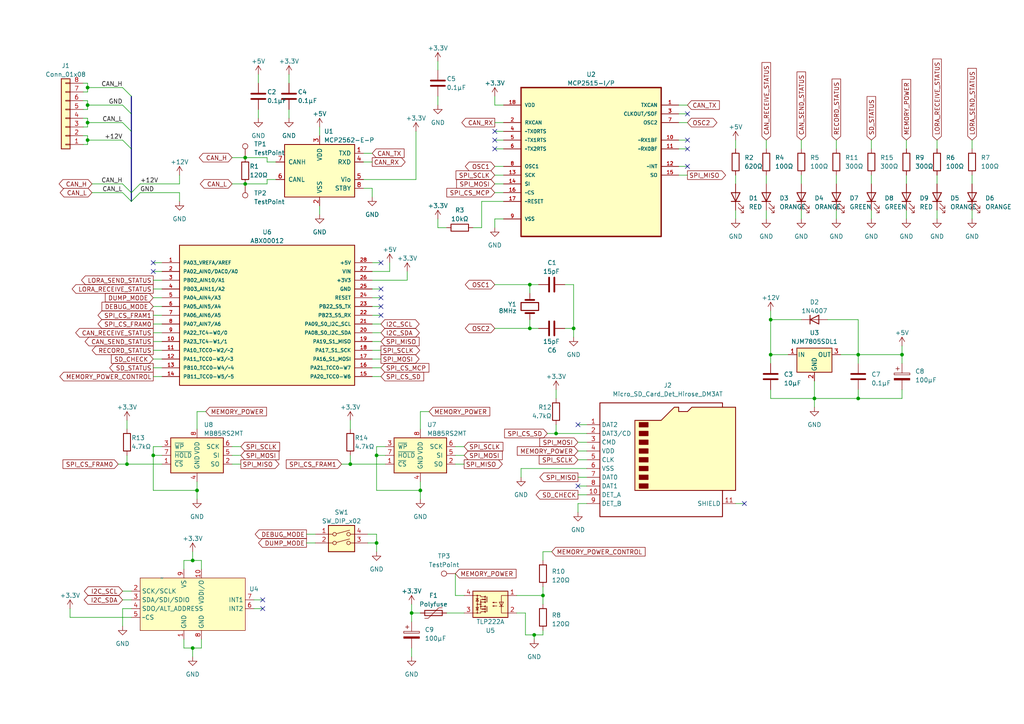
<source format=kicad_sch>
(kicad_sch (version 20230121) (generator eeschema)
  (paper "A4")
  (junction (at 236.22 115.57))
  (junction (at 261.62 102.87))
  (junction (at 153.67 95.25))
  (junction (at 101.6 134.62))
  (junction (at 25.4 30.48))
  (junction (at 25.4 25.4))
  (junction (at 153.67 82.55))
  (junction (at 25.4 40.64))
  (junction (at 154.94 184.15))
  (junction (at 71.12 53.34))
  (junction (at 248.92 115.57))
  (junction (at 161.29 125.73))
  (junction (at 157.48 172.72))
  (junction (at 55.88 162.56))
  (junction (at 223.52 102.87))
  (junction (at 119.38 177.8))
  (junction (at 25.4 35.56))
  (junction (at 109.22 157.48))
  (junction (at 36.83 134.62))
  (junction (at 44.45 132.08))
  (junction (at 57.15 142.24))
  (junction (at 71.12 45.72))
  (junction (at 109.22 132.08))
  (junction (at 55.88 187.96))
  (junction (at 166.37 95.25))
  (junction (at 121.92 142.24))
  (junction (at 223.52 92.71))
  (junction (at 248.92 102.87))
  (no_connect (at 110.49 83.82))
  (no_connect (at 199.39 40.64))
  (no_connect (at 143.51 40.64))
  (no_connect (at 199.39 43.18))
  (no_connect (at 167.64 140.97))
  (no_connect (at 110.49 86.36))
  (no_connect (at 76.2 176.53))
  (no_connect (at 76.2 173.99))
  (no_connect (at 143.51 43.18))
  (no_connect (at 199.39 33.02))
  (no_connect (at 167.64 123.19))
  (no_connect (at 44.45 78.74))
  (no_connect (at 143.51 38.1))
  (no_connect (at 110.49 76.2))
  (no_connect (at 110.49 91.44))
  (no_connect (at 110.49 88.9))
  (no_connect (at 215.9 146.05))
  (no_connect (at 44.45 76.2))
  (no_connect (at 199.39 48.26))
  (bus_entry (at 38.1 55.88) (size 2.54 -2.54))
  (bus_entry (at 35.56 35.56) (size 2.54 2.54))
  (bus_entry (at 38.1 58.42) (size -2.54 -2.54))
  (bus_entry (at 35.56 25.4) (size 2.54 2.54))
  (bus_entry (at 35.56 30.48) (size 2.54 2.54))
  (bus_entry (at 38.1 58.42) (size 2.54 -2.54))
  (bus_entry (at 35.56 40.64) (size 2.54 2.54))
  (bus_entry (at 38.1 55.88) (size -2.54 -2.54))
  (wire (pts (xy 52.07 58.42) (xy 52.07 55.88)))
  (wire (pts (xy 167.64 138.43) (xy 170.18 138.43)))
  (wire (pts (xy 25.4 40.64) (xy 35.56 40.64)))
  (wire (pts (xy 55.88 162.56) (xy 58.42 162.56)))
  (wire (pts (xy 52.07 53.34) (xy 40.64 53.34)))
  (wire (pts (xy 166.37 97.79) (xy 166.37 95.25)))
  (wire (pts (xy 196.85 50.8) (xy 199.39 50.8)))
  (wire (pts (xy 196.85 33.02) (xy 199.39 33.02)))
  (wire (pts (xy 196.85 30.48) (xy 199.39 30.48)))
  (bus (pts (xy 38.1 55.88) (xy 38.1 58.42)))
  (wire (pts (xy 261.62 113.03) (xy 261.62 115.57)))
  (wire (pts (xy 101.6 134.62) (xy 111.76 134.62)))
  (wire (pts (xy 143.51 53.34) (xy 146.05 53.34)))
  (wire (pts (xy 146.05 58.42) (xy 139.7 58.42)))
  (wire (pts (xy 107.95 83.82) (xy 110.49 83.82)))
  (wire (pts (xy 106.68 157.48) (xy 109.22 157.48)))
  (wire (pts (xy 107.95 81.28) (xy 118.11 81.28)))
  (wire (pts (xy 271.78 50.8) (xy 271.78 53.34)))
  (wire (pts (xy 132.08 166.37) (xy 132.08 172.72)))
  (wire (pts (xy 262.89 40.64) (xy 262.89 43.18)))
  (wire (pts (xy 236.22 110.49) (xy 236.22 115.57)))
  (wire (pts (xy 167.64 133.35) (xy 170.18 133.35)))
  (wire (pts (xy 25.4 35.56) (xy 25.4 36.83)))
  (wire (pts (xy 167.64 143.51) (xy 170.18 143.51)))
  (wire (pts (xy 166.37 95.25) (xy 166.37 82.55)))
  (wire (pts (xy 58.42 162.56) (xy 58.42 165.1)))
  (wire (pts (xy 44.45 109.22) (xy 46.99 109.22)))
  (wire (pts (xy 167.64 130.81) (xy 170.18 130.81)))
  (wire (pts (xy 154.94 184.15) (xy 157.48 184.15)))
  (wire (pts (xy 228.6 102.87) (xy 223.52 102.87)))
  (wire (pts (xy 44.45 78.74) (xy 46.99 78.74)))
  (wire (pts (xy 223.52 92.71) (xy 223.52 102.87)))
  (wire (pts (xy 252.73 40.64) (xy 252.73 43.18)))
  (wire (pts (xy 232.41 50.8) (xy 232.41 53.34)))
  (wire (pts (xy 153.67 95.25) (xy 156.21 95.25)))
  (wire (pts (xy 35.56 171.45) (xy 38.1 171.45)))
  (wire (pts (xy 73.66 173.99) (xy 76.2 173.99)))
  (wire (pts (xy 236.22 115.57) (xy 236.22 118.11)))
  (wire (pts (xy 196.85 43.18) (xy 199.39 43.18)))
  (wire (pts (xy 109.22 129.54) (xy 109.22 132.08)))
  (wire (pts (xy 44.45 91.44) (xy 46.99 91.44)))
  (wire (pts (xy 106.68 154.94) (xy 109.22 154.94)))
  (wire (pts (xy 107.95 86.36) (xy 110.49 86.36)))
  (wire (pts (xy 223.52 90.17) (xy 223.52 92.71)))
  (wire (pts (xy 44.45 106.68) (xy 46.99 106.68)))
  (wire (pts (xy 223.52 115.57) (xy 236.22 115.57)))
  (wire (pts (xy 252.73 50.8) (xy 252.73 53.34)))
  (wire (pts (xy 36.83 134.62) (xy 46.99 134.62)))
  (wire (pts (xy 223.52 102.87) (xy 223.52 105.41)))
  (wire (pts (xy 143.51 95.25) (xy 153.67 95.25)))
  (wire (pts (xy 248.92 115.57) (xy 248.92 113.03)))
  (wire (pts (xy 107.95 91.44) (xy 110.49 91.44)))
  (wire (pts (xy 107.95 54.61) (xy 107.95 57.15)))
  (wire (pts (xy 242.57 60.96) (xy 242.57 63.5)))
  (wire (pts (xy 74.93 21.59) (xy 74.93 24.13)))
  (bus (pts (xy 38.1 27.94) (xy 38.1 33.02)))
  (wire (pts (xy 157.48 160.02) (xy 157.48 162.56)))
  (wire (pts (xy 153.67 85.09) (xy 153.67 82.55)))
  (wire (pts (xy 213.36 40.64) (xy 213.36 43.18)))
  (wire (pts (xy 161.29 123.19) (xy 161.29 125.73)))
  (wire (pts (xy 53.34 185.42) (xy 53.34 187.96)))
  (wire (pts (xy 196.85 40.64) (xy 199.39 40.64)))
  (wire (pts (xy 46.99 132.08) (xy 44.45 132.08)))
  (wire (pts (xy 143.51 63.5) (xy 146.05 63.5)))
  (wire (pts (xy 153.67 82.55) (xy 156.21 82.55)))
  (wire (pts (xy 262.89 60.96) (xy 262.89 63.5)))
  (wire (pts (xy 24.13 41.91) (xy 25.4 41.91)))
  (wire (pts (xy 107.95 93.98) (xy 110.49 93.98)))
  (wire (pts (xy 105.41 44.45) (xy 107.95 44.45)))
  (wire (pts (xy 153.67 92.71) (xy 153.67 95.25)))
  (wire (pts (xy 107.95 76.2) (xy 110.49 76.2)))
  (wire (pts (xy 132.08 134.62) (xy 134.62 134.62)))
  (wire (pts (xy 163.83 95.25) (xy 166.37 95.25)))
  (wire (pts (xy 52.07 55.88) (xy 40.64 55.88)))
  (wire (pts (xy 242.57 40.64) (xy 242.57 43.18)))
  (wire (pts (xy 149.86 177.8) (xy 152.4 177.8)))
  (wire (pts (xy 105.41 46.99) (xy 107.95 46.99)))
  (wire (pts (xy 151.13 138.43) (xy 151.13 135.89)))
  (wire (pts (xy 88.9 154.94) (xy 91.44 154.94)))
  (wire (pts (xy 161.29 125.73) (xy 170.18 125.73)))
  (wire (pts (xy 73.66 176.53) (xy 76.2 176.53)))
  (wire (pts (xy 127 27.94) (xy 127 30.48)))
  (wire (pts (xy 132.08 132.08) (xy 134.62 132.08)))
  (wire (pts (xy 107.95 106.68) (xy 110.49 106.68)))
  (wire (pts (xy 213.36 60.96) (xy 213.36 63.5)))
  (wire (pts (xy 57.15 119.38) (xy 57.15 124.46)))
  (wire (pts (xy 167.64 140.97) (xy 170.18 140.97)))
  (wire (pts (xy 143.51 55.88) (xy 146.05 55.88)))
  (wire (pts (xy 55.88 187.96) (xy 58.42 187.96)))
  (wire (pts (xy 132.08 129.54) (xy 134.62 129.54)))
  (wire (pts (xy 240.03 92.71) (xy 248.92 92.71)))
  (wire (pts (xy 44.45 88.9) (xy 46.99 88.9)))
  (wire (pts (xy 67.31 45.72) (xy 71.12 45.72)))
  (wire (pts (xy 67.31 132.08) (xy 69.85 132.08)))
  (wire (pts (xy 24.13 24.13) (xy 25.4 24.13)))
  (wire (pts (xy 67.31 134.62) (xy 69.85 134.62)))
  (wire (pts (xy 248.92 102.87) (xy 261.62 102.87)))
  (wire (pts (xy 35.56 176.53) (xy 38.1 176.53)))
  (wire (pts (xy 25.4 34.29) (xy 25.4 35.56)))
  (wire (pts (xy 121.92 139.7) (xy 121.92 142.24)))
  (wire (pts (xy 25.4 36.83) (xy 24.13 36.83)))
  (wire (pts (xy 77.47 46.99) (xy 77.47 45.72)))
  (wire (pts (xy 44.45 81.28) (xy 46.99 81.28)))
  (wire (pts (xy 252.73 60.96) (xy 252.73 63.5)))
  (bus (pts (xy 38.1 43.18) (xy 38.1 55.88)))
  (wire (pts (xy 25.4 35.56) (xy 35.56 35.56)))
  (wire (pts (xy 121.92 142.24) (xy 121.92 144.78)))
  (wire (pts (xy 111.76 129.54) (xy 109.22 129.54)))
  (wire (pts (xy 281.94 40.64) (xy 281.94 43.18)))
  (wire (pts (xy 20.32 176.53) (xy 20.32 179.07)))
  (wire (pts (xy 59.69 119.38) (xy 57.15 119.38)))
  (wire (pts (xy 46.99 129.54) (xy 44.45 129.54)))
  (wire (pts (xy 67.31 53.34) (xy 71.12 53.34)))
  (wire (pts (xy 58.42 185.42) (xy 58.42 187.96)))
  (wire (pts (xy 154.94 184.15) (xy 154.94 185.42)))
  (wire (pts (xy 119.38 175.26) (xy 119.38 177.8)))
  (wire (pts (xy 134.62 172.72) (xy 132.08 172.72)))
  (wire (pts (xy 167.64 128.27) (xy 170.18 128.27)))
  (wire (pts (xy 24.13 31.75) (xy 25.4 31.75)))
  (wire (pts (xy 83.82 31.75) (xy 83.82 34.29)))
  (wire (pts (xy 167.64 146.05) (xy 170.18 146.05)))
  (wire (pts (xy 44.45 101.6) (xy 46.99 101.6)))
  (wire (pts (xy 167.64 146.05) (xy 167.64 148.59)))
  (wire (pts (xy 281.94 60.96) (xy 281.94 63.5)))
  (wire (pts (xy 25.4 25.4) (xy 35.56 25.4)))
  (wire (pts (xy 243.84 102.87) (xy 248.92 102.87)))
  (wire (pts (xy 262.89 50.8) (xy 262.89 53.34)))
  (wire (pts (xy 53.34 187.96) (xy 55.88 187.96)))
  (wire (pts (xy 24.13 26.67) (xy 25.4 26.67)))
  (wire (pts (xy 152.4 177.8) (xy 152.4 184.15)))
  (wire (pts (xy 92.71 59.69) (xy 92.71 62.23)))
  (wire (pts (xy 44.45 96.52) (xy 46.99 96.52)))
  (wire (pts (xy 139.7 66.04) (xy 137.16 66.04)))
  (wire (pts (xy 107.95 99.06) (xy 110.49 99.06)))
  (wire (pts (xy 213.36 50.8) (xy 213.36 53.34)))
  (wire (pts (xy 242.57 50.8) (xy 242.57 53.34)))
  (wire (pts (xy 101.6 132.08) (xy 101.6 134.62)))
  (wire (pts (xy 157.48 170.18) (xy 157.48 172.72)))
  (wire (pts (xy 143.51 48.26) (xy 146.05 48.26)))
  (wire (pts (xy 35.56 173.99) (xy 38.1 173.99)))
  (wire (pts (xy 53.34 162.56) (xy 55.88 162.56)))
  (wire (pts (xy 232.41 40.64) (xy 232.41 43.18)))
  (wire (pts (xy 36.83 121.92) (xy 36.83 124.46)))
  (wire (pts (xy 222.25 50.8) (xy 222.25 53.34)))
  (wire (pts (xy 261.62 100.33) (xy 261.62 102.87)))
  (wire (pts (xy 271.78 60.96) (xy 271.78 63.5)))
  (wire (pts (xy 25.4 39.37) (xy 25.4 40.64)))
  (wire (pts (xy 35.56 55.88) (xy 26.67 55.88)))
  (wire (pts (xy 57.15 142.24) (xy 57.15 144.78)))
  (wire (pts (xy 24.13 29.21) (xy 25.4 29.21)))
  (wire (pts (xy 163.83 82.55) (xy 166.37 82.55)))
  (wire (pts (xy 80.01 46.99) (xy 77.47 46.99)))
  (wire (pts (xy 143.51 35.56) (xy 146.05 35.56)))
  (wire (pts (xy 167.64 123.19) (xy 170.18 123.19)))
  (wire (pts (xy 143.51 30.48) (xy 146.05 30.48)))
  (wire (pts (xy 55.88 190.5) (xy 55.88 187.96)))
  (wire (pts (xy 44.45 76.2) (xy 46.99 76.2)))
  (wire (pts (xy 143.51 50.8) (xy 146.05 50.8)))
  (wire (pts (xy 83.82 21.59) (xy 83.82 24.13)))
  (wire (pts (xy 160.02 160.02) (xy 157.48 160.02)))
  (wire (pts (xy 124.46 119.38) (xy 121.92 119.38)))
  (bus (pts (xy 38.1 38.1) (xy 38.1 43.18)))
  (wire (pts (xy 143.51 43.18) (xy 146.05 43.18)))
  (wire (pts (xy 53.34 165.1) (xy 53.34 162.56)))
  (wire (pts (xy 261.62 105.41) (xy 261.62 102.87)))
  (wire (pts (xy 119.38 187.96) (xy 119.38 190.5)))
  (wire (pts (xy 118.11 78.74) (xy 118.11 81.28)))
  (wire (pts (xy 77.47 52.07) (xy 77.47 53.34)))
  (wire (pts (xy 271.78 40.64) (xy 271.78 43.18)))
  (wire (pts (xy 36.83 132.08) (xy 36.83 134.62)))
  (wire (pts (xy 143.51 82.55) (xy 153.67 82.55)))
  (wire (pts (xy 107.95 109.22) (xy 110.49 109.22)))
  (wire (pts (xy 99.06 134.62) (xy 101.6 134.62)))
  (wire (pts (xy 44.45 86.36) (xy 46.99 86.36)))
  (wire (pts (xy 44.45 129.54) (xy 44.45 132.08)))
  (wire (pts (xy 107.95 88.9) (xy 110.49 88.9)))
  (wire (pts (xy 248.92 115.57) (xy 261.62 115.57)))
  (wire (pts (xy 222.25 60.96) (xy 222.25 63.5)))
  (wire (pts (xy 222.25 40.64) (xy 222.25 43.18)))
  (wire (pts (xy 44.45 132.08) (xy 44.45 142.24)))
  (wire (pts (xy 109.22 142.24) (xy 121.92 142.24)))
  (wire (pts (xy 119.38 177.8) (xy 121.92 177.8)))
  (wire (pts (xy 121.92 119.38) (xy 121.92 124.46)))
  (wire (pts (xy 107.95 96.52) (xy 110.49 96.52)))
  (wire (pts (xy 44.45 142.24) (xy 57.15 142.24)))
  (wire (pts (xy 161.29 113.03) (xy 161.29 115.57)))
  (wire (pts (xy 113.03 76.2) (xy 113.03 78.74)))
  (wire (pts (xy 25.4 31.75) (xy 25.4 30.48)))
  (wire (pts (xy 88.9 157.48) (xy 91.44 157.48)))
  (wire (pts (xy 25.4 30.48) (xy 25.4 29.21)))
  (wire (pts (xy 143.51 66.04) (xy 143.51 63.5)))
  (wire (pts (xy 223.52 92.71) (xy 232.41 92.71)))
  (wire (pts (xy 120.65 38.1) (xy 120.65 52.07)))
  (wire (pts (xy 248.92 92.71) (xy 248.92 102.87)))
  (wire (pts (xy 143.51 40.64) (xy 146.05 40.64)))
  (wire (pts (xy 139.7 58.42) (xy 139.7 66.04)))
  (wire (pts (xy 157.48 172.72) (xy 157.48 175.26)))
  (wire (pts (xy 127 17.78) (xy 127 20.32)))
  (wire (pts (xy 35.56 176.53) (xy 35.56 181.61)))
  (wire (pts (xy 44.45 104.14) (xy 46.99 104.14)))
  (wire (pts (xy 67.31 129.54) (xy 69.85 129.54)))
  (wire (pts (xy 196.85 35.56) (xy 199.39 35.56)))
  (wire (pts (xy 119.38 177.8) (xy 119.38 180.34)))
  (wire (pts (xy 44.45 83.82) (xy 46.99 83.82)))
  (wire (pts (xy 71.12 53.34) (xy 77.47 53.34)))
  (wire (pts (xy 35.56 53.34) (xy 26.67 53.34)))
  (wire (pts (xy 107.95 104.14) (xy 110.49 104.14)))
  (bus (pts (xy 38.1 33.02) (xy 38.1 38.1)))
  (wire (pts (xy 157.48 184.15) (xy 157.48 182.88)))
  (wire (pts (xy 25.4 30.48) (xy 35.56 30.48)))
  (wire (pts (xy 20.32 179.07) (xy 38.1 179.07)))
  (wire (pts (xy 151.13 135.89) (xy 170.18 135.89)))
  (wire (pts (xy 109.22 132.08) (xy 109.22 142.24)))
  (wire (pts (xy 52.07 50.8) (xy 52.07 53.34)))
  (wire (pts (xy 127 66.04) (xy 129.54 66.04)))
  (wire (pts (xy 24.13 34.29) (xy 25.4 34.29)))
  (wire (pts (xy 25.4 25.4) (xy 25.4 26.67)))
  (wire (pts (xy 213.36 146.05) (xy 215.9 146.05)))
  (wire (pts (xy 34.29 134.62) (xy 36.83 134.62)))
  (wire (pts (xy 101.6 121.92) (xy 101.6 124.46)))
  (wire (pts (xy 25.4 25.4) (xy 25.4 24.13)))
  (wire (pts (xy 92.71 36.83) (xy 92.71 39.37)))
  (wire (pts (xy 105.41 52.07) (xy 120.65 52.07)))
  (wire (pts (xy 248.92 102.87) (xy 248.92 105.41)))
  (wire (pts (xy 55.88 160.02) (xy 55.88 162.56)))
  (wire (pts (xy 109.22 154.94) (xy 109.22 157.48)))
  (wire (pts (xy 236.22 115.57) (xy 248.92 115.57)))
  (wire (pts (xy 44.45 99.06) (xy 46.99 99.06)))
  (wire (pts (xy 44.45 93.98) (xy 46.99 93.98)))
  (wire (pts (xy 109.22 157.48) (xy 109.22 160.02)))
  (wire (pts (xy 105.41 54.61) (xy 107.95 54.61)))
  (wire (pts (xy 113.03 78.74) (xy 107.95 78.74)))
  (wire (pts (xy 111.76 132.08) (xy 109.22 132.08)))
  (wire (pts (xy 25.4 41.91) (xy 25.4 40.64)))
  (wire (pts (xy 127 63.5) (xy 127 66.04)))
  (wire (pts (xy 232.41 60.96) (xy 232.41 63.5)))
  (wire (pts (xy 158.75 125.73) (xy 161.29 125.73)))
  (wire (pts (xy 57.15 139.7) (xy 57.15 142.24)))
  (wire (pts (xy 281.94 50.8) (xy 281.94 53.34)))
  (wire (pts (xy 80.01 52.07) (xy 77.47 52.07)))
  (wire (pts (xy 74.93 31.75) (xy 74.93 34.29)))
  (wire (pts (xy 196.85 48.26) (xy 199.39 48.26)))
  (wire (pts (xy 157.48 172.72) (xy 149.86 172.72)))
  (wire (pts (xy 223.52 113.03) (xy 223.52 115.57)))
  (wire (pts (xy 71.12 45.72) (xy 77.47 45.72)))
  (wire (pts (xy 152.4 184.15) (xy 154.94 184.15)))
  (wire (pts (xy 129.54 177.8) (xy 134.62 177.8)))
  (wire (pts (xy 24.13 39.37) (xy 25.4 39.37)))
  (wire (pts (xy 143.51 38.1) (xy 146.05 38.1)))
  (wire (pts (xy 143.51 27.94) (xy 143.51 30.48)))
  (wire (pts (xy 107.95 101.6) (xy 110.49 101.6)))
  (label "+12V" (at 35.56 40.64 180))
  (label "CAN_H" (at 35.56 53.34 180))
  (label "CAN_H" (at 35.56 25.4 180))
  (label "CAN_L" (at 35.56 55.88 180))
  (label "GND" (at 40.64 55.88 0))
  (label "+12V" (at 40.64 53.34 0))
  (label "CAN_L" (at 35.56 35.56 180))
  (label "GND" (at 35.56 30.48 180))
  (global_label "MEMORY_POWER" (shape input) (at 132.08 166.37 0) (property "Intersheetrefs" "${INTERSHEET_REFS}" (effects hide)))
  (global_label "SPI_CS_FRAM1" (shape input) (at 99.06 134.62 180) (property "Intersheetrefs" "${INTERSHEET_REFS}" (effects hide)))
  (global_label "LORA_RECEIVE_STATUS" (shape output) (at 44.45 83.82 180) (property "Intersheetrefs" "${INTERSHEET_REFS}" (effects hide)))
  (global_label "CAN_RECEIVE_STATUS" (shape output) (at 44.45 96.52 180) (property "Intersheetrefs" "${INTERSHEET_REFS}" (effects hide)))
  (global_label "OSC1" (shape bidirectional) (at 143.51 82.55 180) (property "Intersheetrefs" "${INTERSHEET_REFS}" (effects hide)))
  (global_label "SPI_CS_FRAM0" (shape output) (at 44.45 93.98 180) (property "Intersheetrefs" "${INTERSHEET_REFS}" (effects hide)))
  (global_label "SD_STATUS" (shape output) (at 44.45 106.68 180) (property "Intersheetrefs" "${INTERSHEET_REFS}" (effects hide)))
  (global_label "SPI_CS_FRAM1" (shape output) (at 44.45 91.44 180) (property "Intersheetrefs" "${INTERSHEET_REFS}" (effects hide)))
  (global_label "MEMORY_POWER" (shape input) (at 59.69 119.38 0) (property "Intersheetrefs" "${INTERSHEET_REFS}" (effects hide)))
  (global_label "CAN_L" (shape bidirectional) (at 67.31 53.34 180) (property "Intersheetrefs" "${INTERSHEET_REFS}" (effects hide)))
  (global_label "DEBUG_MODE" (shape output) (at 88.9 154.94 180) (property "Intersheetrefs" "${INTERSHEET_REFS}" (effects hide)))
  (global_label "LORA_RECEIVE_STATUS" (shape input) (at 271.78 40.64 90) (property "Intersheetrefs" "${INTERSHEET_REFS}" (effects hide)))
  (global_label "CAN_RX" (shape output) (at 143.51 35.56 180) (property "Intersheetrefs" "${INTERSHEET_REFS}" (effects hide)))
  (global_label "OSC2" (shape bidirectional) (at 143.51 95.25 180) (property "Intersheetrefs" "${INTERSHEET_REFS}" (effects hide)))
  (global_label "SPI_CS_FRAM0" (shape input) (at 34.29 134.62 180) (property "Intersheetrefs" "${INTERSHEET_REFS}" (effects hide)))
  (global_label "SPI_MOSI" (shape input) (at 134.62 132.08 0) (property "Intersheetrefs" "${INTERSHEET_REFS}" (effects hide)))
  (global_label "SPI_SCLK" (shape input) (at 143.51 50.8 180) (property "Intersheetrefs" "${INTERSHEET_REFS}" (effects hide)))
  (global_label "SPI_MISO" (shape output) (at 199.39 50.8 0) (property "Intersheetrefs" "${INTERSHEET_REFS}" (effects hide)))
  (global_label "SPI_SCLK" (shape input) (at 69.85 129.54 0) (property "Intersheetrefs" "${INTERSHEET_REFS}" (effects hide)))
  (global_label "SPI_CS_SD" (shape input) (at 110.49 109.22 0) (property "Intersheetrefs" "${INTERSHEET_REFS}" (effects hide)))
  (global_label "DEBUG_MODE" (shape input) (at 44.45 88.9 180) (property "Intersheetrefs" "${INTERSHEET_REFS}" (effects hide)))
  (global_label "DUMP_MODE" (shape output) (at 88.9 157.48 180) (property "Intersheetrefs" "${INTERSHEET_REFS}" (effects hide)))
  (global_label "CAN_TX" (shape input) (at 107.95 44.45 0) (property "Intersheetrefs" "${INTERSHEET_REFS}" (effects hide)))
  (global_label "CAN_SEND_STATUS" (shape output) (at 44.45 99.06 180) (property "Intersheetrefs" "${INTERSHEET_REFS}" (effects hide)))
  (global_label "SPI_SCLK" (shape input) (at 134.62 129.54 0) (property "Intersheetrefs" "${INTERSHEET_REFS}" (effects hide)))
  (global_label "SPI_MISO" (shape output) (at 167.64 138.43 180) (property "Intersheetrefs" "${INTERSHEET_REFS}" (effects hide)))
  (global_label "SD_STATUS" (shape input) (at 252.73 40.64 90) (property "Intersheetrefs" "${INTERSHEET_REFS}" (effects hide)))
  (global_label "SPI_SCLK" (shape output) (at 110.49 101.6 0) (property "Intersheetrefs" "${INTERSHEET_REFS}" (effects hide)))
  (global_label "CAN_H" (shape bidirectional) (at 67.31 45.72 180) (property "Intersheetrefs" "${INTERSHEET_REFS}" (effects hide)))
  (global_label "SPI_MOSI" (shape input) (at 143.51 53.34 180) (property "Intersheetrefs" "${INTERSHEET_REFS}" (effects hide)))
  (global_label "OSC1" (shape bidirectional) (at 143.51 48.26 180) (property "Intersheetrefs" "${INTERSHEET_REFS}" (effects hide)))
  (global_label "CAN_RX" (shape output) (at 107.95 46.99 0) (property "Intersheetrefs" "${INTERSHEET_REFS}" (effects hide)))
  (global_label "MEMORY_POWER" (shape input) (at 124.46 119.38 0) (property "Intersheetrefs" "${INTERSHEET_REFS}" (effects hide)))
  (global_label "SPI_SCLK" (shape input) (at 167.64 133.35 180) (property "Intersheetrefs" "${INTERSHEET_REFS}" (effects hide)))
  (global_label "SPI_CS_MCP" (shape input) (at 110.49 106.68 0) (property "Intersheetrefs" "${INTERSHEET_REFS}" (effects hide)))
  (global_label "SPI_MOSI" (shape input) (at 167.64 128.27 180) (property "Intersheetrefs" "${INTERSHEET_REFS}" (effects hide)))
  (global_label "SPI_MISO" (shape input) (at 110.49 99.06 0) (property "Intersheetrefs" "${INTERSHEET_REFS}" (effects hide)))
  (global_label "LORA_SEND_STATUS" (shape output) (at 44.45 81.28 180) (property "Intersheetrefs" "${INTERSHEET_REFS}" (effects hide)))
  (global_label "SPI_MOSI" (shape input) (at 69.85 132.08 0) (property "Intersheetrefs" "${INTERSHEET_REFS}" (effects hide)))
  (global_label "MEMORY_POWER" (shape input) (at 167.64 130.81 180) (property "Intersheetrefs" "${INTERSHEET_REFS}" (effects hide)))
  (global_label "SPI_MOSI" (shape output) (at 110.49 104.14 0) (property "Intersheetrefs" "${INTERSHEET_REFS}" (effects hide)))
  (global_label "LORA_SEND_STATUS" (shape input) (at 281.94 40.64 90) (property "Intersheetrefs" "${INTERSHEET_REFS}" (effects hide)))
  (global_label "SPI_CS_MCP" (shape input) (at 143.51 55.88 180) (property "Intersheetrefs" "${INTERSHEET_REFS}" (effects hide)))
  (global_label "I2C_SDA" (shape bidirectional) (at 110.49 96.52 0) (property "Intersheetrefs" "${INTERSHEET_REFS}" (effects hide)))
  (global_label "CAN_SEND_STATUS" (shape input) (at 232.41 40.64 90) (property "Intersheetrefs" "${INTERSHEET_REFS}" (effects hide)))
  (global_label "CAN_L" (shape bidirectional) (at 26.67 55.88 180) (property "Intersheetrefs" "${INTERSHEET_REFS}" (effects hide)))
  (global_label "CAN_RECEIVE_STATUS" (shape input) (at 222.25 40.64 90) (property "Intersheetrefs" "${INTERSHEET_REFS}" (effects hide)))
  (global_label "MEMORY_POWER" (shape input) (at 262.89 40.64 90) (property "Intersheetrefs" "${INTERSHEET_REFS}" (effects hide)))
  (global_label "I2C_SCL" (shape bidirectional) (at 35.56 171.45 180) (property "Intersheetrefs" "${INTERSHEET_REFS}" (effects hide)))
  (global_label "MEMORY_POWER_CONTROL" (shape output) (at 44.45 109.22 180) (property "Intersheetrefs" "${INTERSHEET_REFS}" (effects hide)))
  (global_label "CAN_TX" (shape input) (at 199.39 30.48 0) (property "Intersheetrefs" "${INTERSHEET_REFS}" (effects hide)))
  (global_label "CAN_H" (shape bidirectional) (at 26.67 53.34 180) (property "Intersheetrefs" "${INTERSHEET_REFS}" (effects hide)))
  (global_label "OSC2" (shape bidirectional) (at 199.39 35.56 0) (property "Intersheetrefs" "${INTERSHEET_REFS}" (effects hide)))
  (global_label "SPI_MISO" (shape output) (at 134.62 134.62 0) (property "Intersheetrefs" "${INTERSHEET_REFS}" (effects hide)))
  (global_label "RECORD_STATUS" (shape input) (at 242.57 40.64 90) (property "Intersheetrefs" "${INTERSHEET_REFS}" (effects hide)))
  (global_label "I2C_SDA" (shape bidirectional) (at 35.56 173.99 180) (property "Intersheetrefs" "${INTERSHEET_REFS}" (effects hide)))
  (global_label "SD_CHECK" (shape input) (at 44.45 104.14 180) (property "Intersheetrefs" "${INTERSHEET_REFS}" (effects hide)))
  (global_label "SPI_CS_SD" (shape input) (at 158.75 125.73 180) (property "Intersheetrefs" "${INTERSHEET_REFS}" (effects hide)))
  (global_label "RECORD_STATUS" (shape output) (at 44.45 101.6 180) (property "Intersheetrefs" "${INTERSHEET_REFS}" (effects hide)))
  (global_label "SD_CHECK" (shape output) (at 167.64 143.51 180) (property "Intersheetrefs" "${INTERSHEET_REFS}" (effects hide)))
  (global_label "SPI_MISO" (shape output) (at 69.85 134.62 0) (property "Intersheetrefs" "${INTERSHEET_REFS}" (effects hide)))
  (global_label "I2C_SCL" (shape bidirectional) (at 110.49 93.98 0) (property "Intersheetrefs" "${INTERSHEET_REFS}" (effects hide)))
  (global_label "DUMP_MODE" (shape input) (at 44.45 86.36 180) (property "Intersheetrefs" "${INTERSHEET_REFS}" (effects hide)))
  (global_label "MEMORY_POWER_CONTROL" (shape input) (at 160.02 160.02 0) (property "Intersheetrefs" "${INTERSHEET_REFS}" (effects hide)))
  (symbol (lib_id "Device:R") (at 213.36 46.99 0) (unit 1)
    (property "Reference" "R2" (at 215.9 45.7199 0) (effects (justify left)))
    (property "Value" "620Ω" (at 215.9 48.2599 0) (effects (justify left)))
    (property "Footprint" "Resistor_SMD:R_0603_1608Metric_Pad0.98x0.95mm_HandSolder" (effects hide))
  )
  (symbol (lib_id "Device:Polyfuse") (at 125.73 177.8 90) (unit 1)
    (property "Reference" "F1" (at 125.73 172.72 90))
    (property "Value" "Polyfuse" (at 125.73 175.26 90))
    (property "Footprint" "Fuse:Fuse_1206_3216Metric_Pad1.42x1.75mm_HandSolder" (effects hide))
  )
  (symbol (lib_id "power:GND") (at 121.92 144.78 0) (unit 1)
    (property "Reference" "#PWR037" (effects hide))
    (property "Value" "GND" (at 121.92 149.86 0))
  )
  (symbol (lib_id "power:GND") (at 127 30.48 0) (unit 1)
    (property "Reference" "#PWR022" (effects hide))
    (property "Value" "GND" (at 127 35.56 0))
  )
  (symbol (lib_id "power:+3.3V") (at 20.32 176.53 0) (unit 1)
    (property "Reference" "#PWR01" (effects hide))
    (property "Value" "+3.3V" (at 20.32 172.72 0))
  )
  (symbol (lib_id "Device:C") (at 248.92 109.22 0) (unit 1)
    (property "Reference" "C7" (at 252.73 108.585 0) (effects (justify left)))
    (property "Value" "0.1μF" (at 252.73 111.125 0) (effects (justify left)))
    (property "Footprint" "Capacitor_SMD:C_0603_1608Metric_Pad1.08x0.95mm_HandSolder" (effects hide))
  )
  (symbol (lib_id "Device:R") (at 271.78 46.99 0) (unit 1)
    (property "Reference" "R6" (at 274.32 45.7199 0) (effects (justify left)))
    (property "Value" "100Ω" (at 274.32 48.2599 0) (effects (justify left)))
    (property "Footprint" "Resistor_SMD:R_0805_2012Metric_Pad1.20x1.40mm_HandSolder" (effects hide))
  )
  (symbol (lib_id "power:GND") (at 167.64 148.59 0) (unit 1)
    (property "Reference" "#PWR028" (effects hide))
    (property "Value" "GND" (at 167.64 153.67 0))
  )
  (symbol (lib_id "power:GND") (at 281.94 63.5 0) (unit 1)
    (property "Reference" "#PWR043" (effects hide))
    (property "Value" "GND" (at 281.94 68.58 0))
  )
  (symbol (lib_id "power:GND") (at 119.38 190.5 0) (unit 1)
    (property "Reference" "#PWR019" (effects hide))
    (property "Value" "GND" (at 119.38 195.58 0))
  )
  (symbol (lib_id "Device:LED") (at 213.36 57.15 90) (unit 1)
    (property "Reference" "D1" (at 217.17 57.4674 90) (effects (justify right)))
    (property "Value" "RED" (at 217.17 60.0074 90) (effects (justify right)))
    (property "Footprint" "LED_SMD:LED_0603_1608Metric_Pad1.05x0.95mm_HandSolder" (effects hide))
  )
  (symbol (lib_id "Device:R") (at 133.35 66.04 90) (unit 1)
    (property "Reference" "R3" (at 133.35 60.96 90))
    (property "Value" "10kΩ" (at 133.35 63.5 90))
    (property "Footprint" "Resistor_SMD:R_0805_2012Metric_Pad1.20x1.40mm_HandSolder" (effects hide))
  )
  (symbol (lib_id "Device:C") (at 160.02 95.25 270) (mirror x) (unit 1)
    (property "Reference" "C6" (at 158.75 101.6 90) (effects (justify left)))
    (property "Value" "15pF" (at 157.48 99.06 90) (effects (justify left)))
    (property "Footprint" "Capacitor_SMD:C_0603_1608Metric_Pad1.08x0.95mm_HandSolder" (effects hide))
  )
  (symbol (lib_id "Regulator_Linear:L7805") (at 236.22 102.87 0) (unit 1)
    (property "Reference" "U3" (at 236.22 96.52 0))
    (property "Value" "NJM7805SDL1" (at 236.22 99.06 0))
    (property "Footprint" "Package_TO_SOT_SMD:TO-252-2" (effects hide))
    (property "Datasheet" "http://www.st.com/content/ccc/resource/technical/document/datasheet/41/4f/b3/b0/12/d4/47/88/CD00000444.pdf/files/CD00000444.pdf/jcr:content/translations/en.CD00000444.pdf" (effects hide))
  )
  (symbol (lib_id "Device:R") (at 252.73 46.99 0) (unit 1)
    (property "Reference" "R15" (at 255.27 45.7199 0) (effects (justify left)))
    (property "Value" "300Ω" (at 255.27 48.2599 0) (effects (justify left)))
    (property "Footprint" "Resistor_SMD:R_0603_1608Metric_Pad0.98x0.95mm_HandSolder" (effects hide))
  )
  (symbol (lib_id "power:GND") (at 52.07 58.42 0) (mirror y) (unit 1)
    (property "Reference" "#PWR045" (effects hide))
    (property "Value" "GND" (at 52.07 63.5 0))
  )
  (symbol (lib_id "power:GND") (at 213.36 63.5 0) (unit 1)
    (property "Reference" "#PWR032" (effects hide))
    (property "Value" "GND" (at 213.36 68.58 0))
  )
  (symbol (lib_id "Device:LED") (at 242.57 57.15 90) (unit 1)
    (property "Reference" "D7" (at 246.38 57.4674 90) (effects (justify right)))
    (property "Value" "GREEN" (at 246.38 60.0074 90) (effects (justify right)))
    (property "Footprint" "LED_SMD:LED_0603_1608Metric_Pad1.05x0.95mm_HandSolder" (effects hide))
  )
  (symbol (lib_id "Device:LED") (at 232.41 57.15 90) (unit 1)
    (property "Reference" "D4" (at 236.22 57.4674 90) (effects (justify right)))
    (property "Value" "ORANGE" (at 236.22 60.0074 90) (effects (justify right)))
    (property "Footprint" "LED_SMD:LED_0603_1608Metric_Pad1.05x0.95mm_HandSolder" (effects hide))
  )
  (symbol (lib_id "Connector:TestPoint") (at 132.08 166.37 90) (unit 1)
    (property "Reference" "TP3" (at 128.778 161.29 90))
    (property "Value" "TestPoint" (at 128.778 163.83 90))
    (property "Footprint" "Connector_Pin:Pin_D1.0mm_L10.0mm" (effects hide))
  )
  (symbol (lib_id "Device:C") (at 83.82 27.94 0) (unit 1)
    (property "Reference" "C4" (at 86.36 26.67 0) (effects (justify left)))
    (property "Value" "0.1μF" (at 86.36 29.21 0) (effects (justify left)))
    (property "Footprint" "Capacitor_SMD:C_0603_1608Metric_Pad1.08x0.95mm_HandSolder" (effects hide))
  )
  (symbol (lib_id "Device:R") (at 101.6 128.27 0) (unit 1)
    (property "Reference" "R14" (at 102.87 127 0) (effects (justify left)))
    (property "Value" "4.7kΩ" (at 102.87 129.54 0) (effects (justify left)))
    (property "Footprint" "Resistor_SMD:R_0603_1608Metric_Pad0.98x0.95mm_HandSolder" (effects hide))
  )
  (symbol (lib_id "Device:R") (at 36.83 128.27 0) (unit 1)
    (property "Reference" "R13" (at 38.1 127 0) (effects (justify left)))
    (property "Value" "4.7kΩ" (at 38.1 129.54 0) (effects (justify left)))
    (property "Footprint" "Resistor_SMD:R_0603_1608Metric_Pad0.98x0.95mm_HandSolder" (effects hide))
  )
  (symbol (lib_id "power:+3.3V") (at 83.82 21.59 0) (unit 1)
    (property "Reference" "#PWR09" (effects hide))
    (property "Value" "+3.3V" (at 83.82 17.78 0))
  )
  (symbol (lib_id "power:GND") (at 222.25 63.5 0) (unit 1)
    (property "Reference" "#PWR035" (effects hide))
    (property "Value" "GND" (at 222.25 68.58 0))
  )
  (symbol (lib_id "Device:C") (at 223.52 109.22 0) (unit 1)
    (property "Reference" "C3" (at 227.33 108.585 0) (effects (justify left)))
    (property "Value" "10μF" (at 227.33 111.125 0) (effects (justify left)))
    (property "Footprint" "Capacitor_SMD:C_0603_1608Metric_Pad1.08x0.95mm_HandSolder" (effects hide))
  )
  (symbol (lib_id "power:+3.3V") (at 55.88 160.02 0) (unit 1)
    (property "Reference" "#PWR05" (effects hide))
    (property "Value" "+3.3V" (at 55.88 156.21 0))
  )
  (symbol (lib_id "Device:R") (at 157.48 179.07 0) (unit 1)
    (property "Reference" "R8" (at 160.02 178.435 0) (effects (justify left)))
    (property "Value" "120Ω" (at 160.02 180.975 0) (effects (justify left)))
    (property "Footprint" "Resistor_SMD:R_0603_1608Metric_Pad0.98x0.95mm_HandSolder" (effects hide))
  )
  (symbol (lib_id "Interface_CAN_LIN:MCP2562-E-P") (at 92.71 49.53 0) (mirror y) (unit 1)
    (property "Reference" "U1" (at 93.98 38.1 0) (effects (justify right)))
    (property "Value" "MCP2562-E-P" (at 93.98 40.64 0) (effects (justify right)))
    (property "Footprint" "Package_DIP:DIP-8_W7.62mm" (effects hide))
    (property "Datasheet" "http://ww1.microchip.com/downloads/en/DeviceDoc/25167A.pdf" (effects hide))
  )
  (symbol (lib_id "Device:C") (at 127 24.13 0) (unit 1)
    (property "Reference" "C5" (at 129.54 22.86 0) (effects (justify left)))
    (property "Value" "0.1μF" (at 129.54 25.4 0) (effects (justify left)))
    (property "Footprint" "Capacitor_SMD:C_0603_1608Metric_Pad1.08x0.95mm_HandSolder" (effects hide))
  )
  (symbol (lib_id "power:+5V") (at 74.93 21.59 0) (unit 1)
    (property "Reference" "#PWR07" (effects hide))
    (property "Value" "+5V" (at 74.93 17.78 0))
  )
  (symbol (lib_id "Device:LED") (at 281.94 57.15 90) (unit 1)
    (property "Reference" "D6" (at 285.75 57.4674 90) (effects (justify right)))
    (property "Value" "ORANGE" (at 285.75 60.0074 90) (effects (justify right)))
    (property "Footprint" "LED_SMD:LED_0603_1608Metric_Pad1.05x0.95mm_HandSolder" (effects hide))
  )
  (symbol (lib_id "Switch:SW_DIP_x02") (at 99.06 157.48 0) (unit 1)
    (property "Reference" "SW1" (at 99.06 148.59 0))
    (property "Value" "SW_DIP_x02" (at 99.06 151.13 0))
    (property "Footprint" "Button_Switch_THT:SW_DIP_SPSTx02_Piano_10.8x6.64mm_W7.62mm_P2.54mm" (effects hide))
  )
  (symbol (lib_id "power:GND") (at 166.37 97.79 0) (unit 1)
    (property "Reference" "#PWR030" (effects hide))
    (property "Value" "GND" (at 166.37 102.87 0))
  )
  (symbol (lib_id "Device:R") (at 161.29 119.38 0) (mirror y) (unit 1)
    (property "Reference" "R12" (at 160.02 118.11 0) (effects (justify left)))
    (property "Value" "4.7kΩ" (at 160.02 120.65 0) (effects (justify left)))
    (property "Footprint" "Resistor_SMD:R_0603_1608Metric_Pad0.98x0.95mm_HandSolder" (effects hide))
  )
  (symbol (lib_id "power:GND") (at 57.15 144.78 0) (unit 1)
    (property "Reference" "#PWR038" (effects hide))
    (property "Value" "GND" (at 57.15 149.86 0))
  )
  (symbol (lib_id "power:GND") (at 151.13 138.43 0) (unit 1)
    (property "Reference" "#PWR024" (effects hide))
    (property "Value" "GND" (at 151.13 143.51 0))
  )
  (symbol (lib_id "Memory_NVRAM:MB85RS2MT") (at 121.92 132.08 0) (unit 1)
    (property "Reference" "U7" (at 123.8759 123.19 0) (effects (justify left)))
    (property "Value" "MB85RS2MT" (at 123.8759 125.73 0) (effects (justify left)))
    (property "Footprint" "Package_DIP:DIP-8_W7.62mm" (effects hide))
    (property "Datasheet" "http://www.fujitsu.com/downloads/MICRO/fsa/pdf/products/memory/fram/MB85RS16-DS501-00014-6v0-E.pdf" (effects hide))
  )
  (symbol (lib_id "StrawberryLinux_ADXL375_Module:ADXL375") (at 46.99 167.64 0) (unit 1)
    (property "Reference" "U4" (at 73.66 170.8403 0))
    (property "Value" "~" (at 46.99 167.64 0))
    (property "Footprint" "StrawberryLinux_ADXL375_Module:ADXL375" (effects hide))
  )
  (symbol (lib_id "Device:C") (at 74.93 27.94 0) (unit 1)
    (property "Reference" "C2" (at 77.47 26.67 0) (effects (justify left)))
    (property "Value" "0.1μF" (at 77.47 29.21 0) (effects (justify left)))
    (property "Footprint" "Capacitor_SMD:C_0603_1608Metric_Pad1.08x0.95mm_HandSolder" (effects hide))
  )
  (symbol (lib_id "Memory_NVRAM:MB85RS2MT") (at 57.15 132.08 0) (unit 1)
    (property "Reference" "U8" (at 59.1059 123.19 0) (effects (justify left)))
    (property "Value" "MB85RS2MT" (at 59.1059 125.73 0) (effects (justify left)))
    (property "Footprint" "Package_DIP:DIP-8_W7.62mm" (effects hide))
    (property "Datasheet" "http://www.fujitsu.com/downloads/MICRO/fsa/pdf/products/memory/fram/MB85RS16-DS501-00014-6v0-E.pdf" (effects hide))
  )
  (symbol (lib_id "Device:R") (at 262.89 46.99 0) (unit 1)
    (property "Reference" "R9" (at 265.43 45.7199 0) (effects (justify left)))
    (property "Value" "300Ω" (at 265.43 48.2599 0) (effects (justify left)))
    (property "Footprint" "Resistor_SMD:R_0603_1608Metric_Pad0.98x0.95mm_HandSolder" (effects hide))
  )
  (symbol (lib_id "power:+3.3V") (at 36.83 121.92 0) (unit 1)
    (property "Reference" "#PWR034" (effects hide))
    (property "Value" "+3.3V" (at 36.83 118.11 0))
  )
  (symbol (lib_id "power:GND") (at 107.95 57.15 0) (unit 1)
    (property "Reference" "#PWR015" (effects hide))
    (property "Value" "GND" (at 107.95 62.23 0))
  )
  (symbol (lib_id "Device:R") (at 157.48 166.37 0) (unit 1)
    (property "Reference" "R10" (at 160.02 165.735 0) (effects (justify left)))
    (property "Value" "120Ω" (at 160.02 168.275 0) (effects (justify left)))
    (property "Footprint" "Resistor_SMD:R_0603_1608Metric_Pad0.98x0.95mm_HandSolder" (effects hide))
  )
  (symbol (lib_id "power:GND") (at 143.51 66.04 0) (unit 1)
    (property "Reference" "#PWR026" (effects hide))
    (property "Value" "GND" (at 143.51 71.12 0))
  )
  (symbol (lib_id "power:GND") (at 252.73 63.5 0) (unit 1)
    (property "Reference" "#PWR040" (effects hide))
    (property "Value" "GND" (at 252.73 68.58 0))
  )
  (symbol (lib_id "power:+5V") (at 261.62 100.33 0) (unit 1)
    (property "Reference" "#PWR04" (effects hide))
    (property "Value" "+5V" (at 261.62 96.52 0))
  )
  (symbol (lib_id "ABX00012:ABX00012") (at 77.47 91.44 0) (unit 1)
    (property "Reference" "U6" (at 77.47 67.31 0))
    (property "Value" "ABX00012" (at 77.47 69.85 0))
    (property "Footprint" "ABX00012:ARDUINO_ABX00012" (effects hide))
    (property "STANDARD" "Manufacturer Recommendations" (effects hide))
    (property "PARTREV" "5" (effects hide))
    (property "MANUFACTURER" "Arduino" (effects hide))
  )
  (symbol (lib_id "power:+3.3V") (at 101.6 121.92 0) (unit 1)
    (property "Reference" "#PWR033" (effects hide))
    (property "Value" "+3.3V" (at 101.6 118.11 0))
  )
  (symbol (lib_id "power:+12V") (at 52.07 50.8 0) (mirror y) (unit 1)
    (property "Reference" "#PWR044" (effects hide))
    (property "Value" "+12V" (at 52.07 46.99 0))
  )
  (symbol (lib_id "Device:LED") (at 252.73 57.15 90) (unit 1)
    (property "Reference" "D8" (at 256.54 57.4674 90) (effects (justify right)))
    (property "Value" "GREEN" (at 256.54 60.0074 90) (effects (justify right)))
    (property "Footprint" "LED_SMD:LED_0603_1608Metric_Pad1.05x0.95mm_HandSolder" (effects hide))
  )
  (symbol (lib_id "Device:LED") (at 262.89 57.15 90) (unit 1)
    (property "Reference" "D9" (at 266.7 57.4674 90) (effects (justify right)))
    (property "Value" "RED" (at 266.7 60.0074 90) (effects (justify right)))
    (property "Footprint" "LED_SMD:LED_0603_1608Metric_Pad1.05x0.95mm_HandSolder" (effects hide))
  )
  (symbol (lib_id "power:+3.3V") (at 127 63.5 0) (unit 1)
    (property "Reference" "#PWR023" (effects hide))
    (property "Value" "+3.3V" (at 127 59.69 0))
  )
  (symbol (lib_id "power:+3.3V") (at 120.65 38.1 0) (unit 1)
    (property "Reference" "#PWR020" (effects hide))
    (property "Value" "+3.3V" (at 120.65 34.29 0))
  )
  (symbol (lib_id "power:GND") (at 154.94 185.42 0) (unit 1)
    (property "Reference" "#PWR029" (effects hide))
    (property "Value" "GND" (at 154.94 190.5 0))
  )
  (symbol (lib_id "power:+12V") (at 223.52 90.17 0) (mirror y) (unit 1)
    (property "Reference" "#PWR03" (effects hide))
    (property "Value" "+12V" (at 223.52 86.36 0))
  )
  (symbol (lib_id "Device:LED") (at 271.78 57.15 90) (unit 1)
    (property "Reference" "D5" (at 275.59 57.4674 90) (effects (justify right)))
    (property "Value" "ORANGE" (at 275.59 60.0074 90) (effects (justify right)))
    (property "Footprint" "LED_SMD:LED_0603_1608Metric_Pad1.05x0.95mm_HandSolder" (effects hide))
  )
  (symbol (lib_id "power:+5V") (at 113.03 76.2 0) (unit 1)
    (property "Reference" "#PWR016" (effects hide))
    (property "Value" "+5V" (at 113.03 72.39 0))
  )
  (symbol (lib_id "power:GND") (at 232.41 63.5 0) (unit 1)
    (property "Reference" "#PWR036" (effects hide))
    (property "Value" "GND" (at 232.41 68.58 0))
  )
  (symbol (lib_id "Connector_Generic:Conn_01x08") (at 19.05 34.29 180) (unit 1)
    (property "Reference" "J1" (at 19.05 19.05 0))
    (property "Value" "Conn_01x08" (at 19.05 21.59 0))
    (property "Footprint" "Connector_Hirose:Hirose_DF11-8DP-2DSA_2x04_P2.00mm_Vertical" (effects hide))
  )
  (symbol (lib_id "power:GND") (at 92.71 62.23 0) (unit 1)
    (property "Reference" "#PWR013" (effects hide))
    (property "Value" "GND" (at 92.71 67.31 0))
  )
  (symbol (lib_id "Device:Crystal") (at 153.67 88.9 270) (mirror x) (unit 1)
    (property "Reference" "Y1" (at 149.86 88.265 90) (effects (justify right)))
    (property "Value" "8MHz" (at 149.86 90.17 90) (effects (justify right)))
    (property "Footprint" "Crystal:Crystal_HC49-U_Vertical" (effects hide))
  )
  (symbol (lib_id "power:GND") (at 242.57 63.5 0) (unit 1)
    (property "Reference" "#PWR039" (effects hide))
    (property "Value" "GND" (at 242.57 68.58 0))
  )
  (symbol (lib_id "power:GND") (at 55.88 190.5 0) (unit 1)
    (property "Reference" "#PWR06" (effects hide))
    (property "Value" "GND" (at 55.88 195.58 0))
  )
  (symbol (lib_id "Diode:1N4007") (at 236.22 92.71 0) (unit 1)
    (property "Reference" "D2" (at 236.22 87.63 0))
    (property "Value" "1N4007" (at 236.22 90.17 0))
    (property "Footprint" "Diode_SMD:D_SOD-123F" (effects hide))
    (property "Datasheet" "http://www.vishay.com/docs/88503/1n4001.pdf" (effects hide))
    (property "Sim.Device" "D" (effects hide))
    (property "Sim.Pins" "1=K 2=A" (effects hide))
  )
  (symbol (lib_id "Device:C_Polarized") (at 261.62 109.22 0) (unit 1)
    (property "Reference" "C8" (at 265.43 107.696 0) (effects (justify left)))
    (property "Value" "100μF" (at 265.43 110.236 0) (effects (justify left)))
    (property "Footprint" "Capacitor_SMD:CP_Elec_6.3x7.7" (effects hide))
  )
  (symbol (lib_id "Device:C_Polarized") (at 119.38 184.15 0) (unit 1)
    (property "Reference" "C9" (at 123.19 182.626 0) (effects (justify left)))
    (property "Value" "100μF" (at 123.19 185.166 0) (effects (justify left)))
    (property "Footprint" "Capacitor_SMD:CP_Elec_6.3x7.7" (effects hide))
  )
  (symbol (lib_id "power:GND") (at 74.93 34.29 0) (unit 1)
    (property "Reference" "#PWR08" (effects hide))
    (property "Value" "GND" (at 74.93 39.37 0))
  )
  (symbol (lib_id "power:+3.3V") (at 119.38 175.26 0) (mirror y) (unit 1)
    (property "Reference" "#PWR018" (effects hide))
    (property "Value" "+3.3V" (at 119.38 171.45 0))
  )
  (symbol (lib_id "MCP2515-I_P:MCP2515-I{slash}P") (at 171.45 43.18 0) (unit 1)
    (property "Reference" "U2" (at 171.45 21.59 0))
    (property "Value" "MCP2515-I/P" (at 171.45 24.13 0))
    (property "Footprint" "Package_DIP:DIP-18_W7.62mm" (effects hide))
    (property "MPN" "MCP2515-I/P" (effects hide))
    (property "OC_FARNELL" "1439391" (effects hide))
    (property "PACKAGE" "PDIP-18" (effects hide))
    (property "SUPPLIER" "MICROCHIP" (effects hide))
    (property "DESCRIPTION" "CAN CONTRL" (effects hide))
    (property "OC_NEWARK" "61K2945" (effects hide))
  )
  (symbol (lib_id "Device:R") (at 281.94 46.99 0) (unit 1)
    (property "Reference" "R7" (at 284.48 45.7199 0) (effects (justify left)))
    (property "Value" "100Ω" (at 284.48 48.2599 0) (effects (justify left)))
    (property "Footprint" "Resistor_SMD:R_0805_2012Metric_Pad1.20x1.40mm_HandSolder" (effects hide))
  )
  (symbol (lib_id "power:GND") (at 271.78 63.5 0) (unit 1)
    (property "Reference" "#PWR042" (effects hide))
    (property "Value" "GND" (at 271.78 68.58 0))
  )
  (symbol (lib_id "Connector:TestPoint") (at 71.12 45.72 0) (unit 1)
    (property "Reference" "TP1" (at 73.66 41.783 0) (effects (justify left)))
    (property "Value" "TestPoint" (at 73.66 44.323 0) (effects (justify left)))
    (property "Footprint" "Connector_Pin:Pin_D1.0mm_L10.0mm" (effects hide))
  )
  (symbol (lib_id "Device:R") (at 232.41 46.99 0) (unit 1)
    (property "Reference" "R5" (at 234.95 45.7199 0) (effects (justify left)))
    (property "Value" "100Ω" (at 234.95 48.2599 0) (effects (justify left)))
    (property "Footprint" "Resistor_SMD:R_0805_2012Metric_Pad1.20x1.40mm_HandSolder" (effects hide))
  )
  (symbol (lib_id "power:+3.3V") (at 161.29 113.03 0) (mirror y) (unit 1)
    (property "Reference" "#PWR027" (effects hide))
    (property "Value" "+3.3V" (at 161.29 109.22 0))
  )
  (symbol (lib_id "Relay_SolidState:TLP222A") (at 142.24 175.26 0) (mirror y) (unit 1)
    (property "Reference" "U5" (at 142.24 182.88 0))
    (property "Value" "TLP222A" (at 142.24 180.34 0))
    (property "Footprint" "Package_DIP:DIP-4_W7.62mm" (effects hide))
    (property "Datasheet" "https://toshiba.semicon-storage.com/info/docget.jsp?did=17036&prodName=TLP222A" (effects hide))
  )
  (symbol (lib_id "Device:C") (at 160.02 82.55 270) (mirror x) (unit 1)
    (property "Reference" "C1" (at 158.75 76.2 90) (effects (justify left)))
    (property "Value" "15pF" (at 157.48 78.74 90) (effects (justify left)))
    (property "Footprint" "Capacitor_SMD:C_0603_1608Metric_Pad1.08x0.95mm_HandSolder" (effects hide))
  )
  (symbol (lib_id "power:+5V") (at 213.36 40.64 0) (unit 1)
    (property "Reference" "#PWR031" (effects hide))
    (property "Value" "+5V" (at 213.36 36.83 0))
  )
  (symbol (lib_id "Device:R") (at 71.12 49.53 0) (unit 1)
    (property "Reference" "R1" (at 72.39 48.26 0) (effects (justify left)))
    (property "Value" "120Ω" (at 72.39 50.8 0) (effects (justify left)))
    (property "Footprint" "Resistor_SMD:R_0603_1608Metric_Pad0.98x0.95mm_HandSolder" (effects hide))
  )
  (symbol (lib_id "Device:R") (at 242.57 46.99 0) (unit 1)
    (property "Reference" "R11" (at 245.11 45.7199 0) (effects (justify left)))
    (property "Value" "300Ω" (at 245.11 48.2599 0) (effects (justify left)))
    (property "Footprint" "Resistor_SMD:R_0603_1608Metric_Pad0.98x0.95mm_HandSolder" (effects hide))
  )
  (symbol (lib_id "power:GND") (at 35.56 181.61 0) (unit 1)
    (property "Reference" "#PWR02" (effects hide))
    (property "Value" "GND" (at 35.56 186.69 0))
  )
  (symbol (lib_id "power:+3.3V") (at 143.51 27.94 0) (unit 1)
    (property "Reference" "#PWR025" (effects hide))
    (property "Value" "+3.3V" (at 143.51 24.13 0))
  )
  (symbol (lib_id "Connector:Micro_SD_Card_Det_Hirose_DM3AT") (at 193.04 133.35 0) (unit 1)
    (property "Reference" "J2" (at 193.675 111.76 0))
    (property "Value" "Micro_SD_Card_Det_Hirose_DM3AT" (at 193.675 114.3 0))
    (property "Footprint" "Connector_Card:microSD_HC_Hirose_DM3AT-SF-PEJM5" (effects hide))
    (property "Datasheet" "https://www.hirose.com/product/en/download_file/key_name/DM3/category/Catalog/doc_file_id/49662/?file_category_id=4&item_id=195&is_series=1" (effects hide))
  )
  (symbol (lib_id "power:GND") (at 236.22 118.11 0) (unit 1)
    (property "Reference" "#PWR046" (effects hide))
    (property "Value" "GND" (at 236.22 123.19 0))
  )
  (symbol (lib_id "Device:R") (at 222.25 46.99 0) (unit 1)
    (property "Reference" "R4" (at 224.79 45.7199 0) (effects (justify left)))
    (property "Value" "100Ω" (at 224.79 48.2599 0) (effects (justify left)))
    (property "Footprint" "Resistor_SMD:R_0805_2012Metric_Pad1.20x1.40mm_HandSolder" (effects hide))
  )
  (symbol (lib_id "power:GND") (at 262.89 63.5 0) (unit 1)
    (property "Reference" "#PWR041" (effects hide))
    (property "Value" "GND" (at 262.89 68.58 0))
  )
  (symbol (lib_id "power:+3.3V") (at 118.11 78.74 0) (unit 1)
    (property "Reference" "#PWR017" (effects hide))
    (property "Value" "+3.3V" (at 118.11 74.93 0))
  )
  (symbol (lib_id "power:GND") (at 109.22 160.02 0) (mirror y) (unit 1)
    (property "Reference" "#PWR011" (effects hide))
    (property "Value" "GND" (at 109.22 165.1 0))
  )
  (symbol (lib_id "Device:LED") (at 222.25 57.15 90) (unit 1)
    (property "Reference" "D3" (at 226.06 57.4674 90) (effects (justify right)))
    (property "Value" "ORANGE" (at 226.06 60.0074 90) (effects (justify right)))
    (property "Footprint" "LED_SMD:LED_0603_1608Metric_Pad1.05x0.95mm_HandSolder" (effects hide))
  )
  (symbol (lib_id "power:+5V") (at 92.71 36.83 0) (unit 1)
    (property "Reference" "#PWR012" (effects hide))
    (property "Value" "+5V" (at 92.71 33.02 0))
  )
  (symbol (lib_id "power:+3.3V") (at 127 17.78 0) (unit 1)
    (property "Reference" "#PWR021" (effects hide))
    (property "Value" "+3.3V" (at 127 13.97 0))
  )
  (symbol (lib_id "Connector:TestPoint") (at 71.12 53.34 180) (unit 1)
    (property "Reference" "TP2" (at 73.66 56.007 0) (effects (justify right)))
    (property "Value" "TestPoint" (at 73.66 58.547 0) (effects (justify right)))
    (property "Footprint" "Connector_Pin:Pin_D1.0mm_L10.0mm" (effects hide))
  )
  (symbol (lib_id "power:GND") (at 83.82 34.29 0) (unit 1)
    (property "Reference" "#PWR010" (effects hide))
    (property "Value" "GND" (at 83.82 39.37 0))
  )
)
</source>
